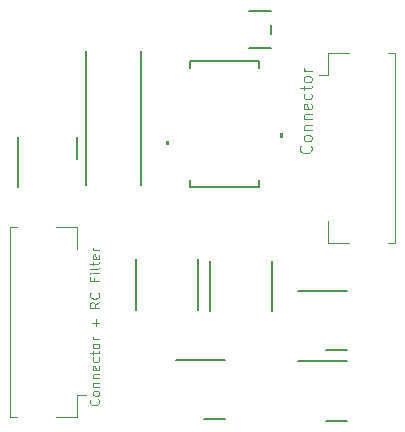
<source format=gbr>
%TF.GenerationSoftware,KiCad,Pcbnew,8.0.7*%
%TF.CreationDate,2025-01-10T16:13:59+05:30*%
%TF.ProjectId,STHDAQ_B0_COPY,53544844-4151-45f4-9230-5f434f50592e,rev?*%
%TF.SameCoordinates,Original*%
%TF.FileFunction,Legend,Top*%
%TF.FilePolarity,Positive*%
%FSLAX46Y46*%
G04 Gerber Fmt 4.6, Leading zero omitted, Abs format (unit mm)*
G04 Created by KiCad (PCBNEW 8.0.7) date 2025-01-10 16:13:59*
%MOMM*%
%LPD*%
G01*
G04 APERTURE LIST*
%ADD10C,0.100000*%
%ADD11C,0.152400*%
%ADD12C,0.120000*%
%ADD13C,0.200000*%
%ADD14C,0.127000*%
%ADD15C,0.000000*%
G04 APERTURE END LIST*
D10*
X206177180Y-73224687D02*
X206224800Y-73272306D01*
X206224800Y-73272306D02*
X206272419Y-73415163D01*
X206272419Y-73415163D02*
X206272419Y-73510401D01*
X206272419Y-73510401D02*
X206224800Y-73653258D01*
X206224800Y-73653258D02*
X206129561Y-73748496D01*
X206129561Y-73748496D02*
X206034323Y-73796115D01*
X206034323Y-73796115D02*
X205843847Y-73843734D01*
X205843847Y-73843734D02*
X205700990Y-73843734D01*
X205700990Y-73843734D02*
X205510514Y-73796115D01*
X205510514Y-73796115D02*
X205415276Y-73748496D01*
X205415276Y-73748496D02*
X205320038Y-73653258D01*
X205320038Y-73653258D02*
X205272419Y-73510401D01*
X205272419Y-73510401D02*
X205272419Y-73415163D01*
X205272419Y-73415163D02*
X205320038Y-73272306D01*
X205320038Y-73272306D02*
X205367657Y-73224687D01*
X206272419Y-72653258D02*
X206224800Y-72748496D01*
X206224800Y-72748496D02*
X206177180Y-72796115D01*
X206177180Y-72796115D02*
X206081942Y-72843734D01*
X206081942Y-72843734D02*
X205796228Y-72843734D01*
X205796228Y-72843734D02*
X205700990Y-72796115D01*
X205700990Y-72796115D02*
X205653371Y-72748496D01*
X205653371Y-72748496D02*
X205605752Y-72653258D01*
X205605752Y-72653258D02*
X205605752Y-72510401D01*
X205605752Y-72510401D02*
X205653371Y-72415163D01*
X205653371Y-72415163D02*
X205700990Y-72367544D01*
X205700990Y-72367544D02*
X205796228Y-72319925D01*
X205796228Y-72319925D02*
X206081942Y-72319925D01*
X206081942Y-72319925D02*
X206177180Y-72367544D01*
X206177180Y-72367544D02*
X206224800Y-72415163D01*
X206224800Y-72415163D02*
X206272419Y-72510401D01*
X206272419Y-72510401D02*
X206272419Y-72653258D01*
X205605752Y-71891353D02*
X206272419Y-71891353D01*
X205700990Y-71891353D02*
X205653371Y-71843734D01*
X205653371Y-71843734D02*
X205605752Y-71748496D01*
X205605752Y-71748496D02*
X205605752Y-71605639D01*
X205605752Y-71605639D02*
X205653371Y-71510401D01*
X205653371Y-71510401D02*
X205748609Y-71462782D01*
X205748609Y-71462782D02*
X206272419Y-71462782D01*
X205605752Y-70986591D02*
X206272419Y-70986591D01*
X205700990Y-70986591D02*
X205653371Y-70938972D01*
X205653371Y-70938972D02*
X205605752Y-70843734D01*
X205605752Y-70843734D02*
X205605752Y-70700877D01*
X205605752Y-70700877D02*
X205653371Y-70605639D01*
X205653371Y-70605639D02*
X205748609Y-70558020D01*
X205748609Y-70558020D02*
X206272419Y-70558020D01*
X206224800Y-69700877D02*
X206272419Y-69796115D01*
X206272419Y-69796115D02*
X206272419Y-69986591D01*
X206272419Y-69986591D02*
X206224800Y-70081829D01*
X206224800Y-70081829D02*
X206129561Y-70129448D01*
X206129561Y-70129448D02*
X205748609Y-70129448D01*
X205748609Y-70129448D02*
X205653371Y-70081829D01*
X205653371Y-70081829D02*
X205605752Y-69986591D01*
X205605752Y-69986591D02*
X205605752Y-69796115D01*
X205605752Y-69796115D02*
X205653371Y-69700877D01*
X205653371Y-69700877D02*
X205748609Y-69653258D01*
X205748609Y-69653258D02*
X205843847Y-69653258D01*
X205843847Y-69653258D02*
X205939085Y-70129448D01*
X206224800Y-68796115D02*
X206272419Y-68891353D01*
X206272419Y-68891353D02*
X206272419Y-69081829D01*
X206272419Y-69081829D02*
X206224800Y-69177067D01*
X206224800Y-69177067D02*
X206177180Y-69224686D01*
X206177180Y-69224686D02*
X206081942Y-69272305D01*
X206081942Y-69272305D02*
X205796228Y-69272305D01*
X205796228Y-69272305D02*
X205700990Y-69224686D01*
X205700990Y-69224686D02*
X205653371Y-69177067D01*
X205653371Y-69177067D02*
X205605752Y-69081829D01*
X205605752Y-69081829D02*
X205605752Y-68891353D01*
X205605752Y-68891353D02*
X205653371Y-68796115D01*
X205605752Y-68510400D02*
X205605752Y-68129448D01*
X205272419Y-68367543D02*
X206129561Y-68367543D01*
X206129561Y-68367543D02*
X206224800Y-68319924D01*
X206224800Y-68319924D02*
X206272419Y-68224686D01*
X206272419Y-68224686D02*
X206272419Y-68129448D01*
X206272419Y-67653257D02*
X206224800Y-67748495D01*
X206224800Y-67748495D02*
X206177180Y-67796114D01*
X206177180Y-67796114D02*
X206081942Y-67843733D01*
X206081942Y-67843733D02*
X205796228Y-67843733D01*
X205796228Y-67843733D02*
X205700990Y-67796114D01*
X205700990Y-67796114D02*
X205653371Y-67748495D01*
X205653371Y-67748495D02*
X205605752Y-67653257D01*
X205605752Y-67653257D02*
X205605752Y-67510400D01*
X205605752Y-67510400D02*
X205653371Y-67415162D01*
X205653371Y-67415162D02*
X205700990Y-67367543D01*
X205700990Y-67367543D02*
X205796228Y-67319924D01*
X205796228Y-67319924D02*
X206081942Y-67319924D01*
X206081942Y-67319924D02*
X206177180Y-67367543D01*
X206177180Y-67367543D02*
X206224800Y-67415162D01*
X206224800Y-67415162D02*
X206272419Y-67510400D01*
X206272419Y-67510400D02*
X206272419Y-67653257D01*
X206272419Y-66891352D02*
X205605752Y-66891352D01*
X205796228Y-66891352D02*
X205700990Y-66843733D01*
X205700990Y-66843733D02*
X205653371Y-66796114D01*
X205653371Y-66796114D02*
X205605752Y-66700876D01*
X205605752Y-66700876D02*
X205605752Y-66605638D01*
X188220704Y-94686591D02*
X188258800Y-94724687D01*
X188258800Y-94724687D02*
X188296895Y-94838972D01*
X188296895Y-94838972D02*
X188296895Y-94915163D01*
X188296895Y-94915163D02*
X188258800Y-95029449D01*
X188258800Y-95029449D02*
X188182609Y-95105639D01*
X188182609Y-95105639D02*
X188106419Y-95143734D01*
X188106419Y-95143734D02*
X187954038Y-95181830D01*
X187954038Y-95181830D02*
X187839752Y-95181830D01*
X187839752Y-95181830D02*
X187687371Y-95143734D01*
X187687371Y-95143734D02*
X187611180Y-95105639D01*
X187611180Y-95105639D02*
X187534990Y-95029449D01*
X187534990Y-95029449D02*
X187496895Y-94915163D01*
X187496895Y-94915163D02*
X187496895Y-94838972D01*
X187496895Y-94838972D02*
X187534990Y-94724687D01*
X187534990Y-94724687D02*
X187573085Y-94686591D01*
X188296895Y-94229449D02*
X188258800Y-94305639D01*
X188258800Y-94305639D02*
X188220704Y-94343734D01*
X188220704Y-94343734D02*
X188144514Y-94381830D01*
X188144514Y-94381830D02*
X187915942Y-94381830D01*
X187915942Y-94381830D02*
X187839752Y-94343734D01*
X187839752Y-94343734D02*
X187801657Y-94305639D01*
X187801657Y-94305639D02*
X187763561Y-94229449D01*
X187763561Y-94229449D02*
X187763561Y-94115163D01*
X187763561Y-94115163D02*
X187801657Y-94038972D01*
X187801657Y-94038972D02*
X187839752Y-94000877D01*
X187839752Y-94000877D02*
X187915942Y-93962782D01*
X187915942Y-93962782D02*
X188144514Y-93962782D01*
X188144514Y-93962782D02*
X188220704Y-94000877D01*
X188220704Y-94000877D02*
X188258800Y-94038972D01*
X188258800Y-94038972D02*
X188296895Y-94115163D01*
X188296895Y-94115163D02*
X188296895Y-94229449D01*
X187763561Y-93619924D02*
X188296895Y-93619924D01*
X187839752Y-93619924D02*
X187801657Y-93581829D01*
X187801657Y-93581829D02*
X187763561Y-93505639D01*
X187763561Y-93505639D02*
X187763561Y-93391353D01*
X187763561Y-93391353D02*
X187801657Y-93315162D01*
X187801657Y-93315162D02*
X187877847Y-93277067D01*
X187877847Y-93277067D02*
X188296895Y-93277067D01*
X187763561Y-92896114D02*
X188296895Y-92896114D01*
X187839752Y-92896114D02*
X187801657Y-92858019D01*
X187801657Y-92858019D02*
X187763561Y-92781829D01*
X187763561Y-92781829D02*
X187763561Y-92667543D01*
X187763561Y-92667543D02*
X187801657Y-92591352D01*
X187801657Y-92591352D02*
X187877847Y-92553257D01*
X187877847Y-92553257D02*
X188296895Y-92553257D01*
X188258800Y-91867542D02*
X188296895Y-91943733D01*
X188296895Y-91943733D02*
X188296895Y-92096114D01*
X188296895Y-92096114D02*
X188258800Y-92172304D01*
X188258800Y-92172304D02*
X188182609Y-92210400D01*
X188182609Y-92210400D02*
X187877847Y-92210400D01*
X187877847Y-92210400D02*
X187801657Y-92172304D01*
X187801657Y-92172304D02*
X187763561Y-92096114D01*
X187763561Y-92096114D02*
X187763561Y-91943733D01*
X187763561Y-91943733D02*
X187801657Y-91867542D01*
X187801657Y-91867542D02*
X187877847Y-91829447D01*
X187877847Y-91829447D02*
X187954038Y-91829447D01*
X187954038Y-91829447D02*
X188030228Y-92210400D01*
X188258800Y-91143733D02*
X188296895Y-91219924D01*
X188296895Y-91219924D02*
X188296895Y-91372305D01*
X188296895Y-91372305D02*
X188258800Y-91448495D01*
X188258800Y-91448495D02*
X188220704Y-91486590D01*
X188220704Y-91486590D02*
X188144514Y-91524686D01*
X188144514Y-91524686D02*
X187915942Y-91524686D01*
X187915942Y-91524686D02*
X187839752Y-91486590D01*
X187839752Y-91486590D02*
X187801657Y-91448495D01*
X187801657Y-91448495D02*
X187763561Y-91372305D01*
X187763561Y-91372305D02*
X187763561Y-91219924D01*
X187763561Y-91219924D02*
X187801657Y-91143733D01*
X187763561Y-90915162D02*
X187763561Y-90610400D01*
X187496895Y-90800876D02*
X188182609Y-90800876D01*
X188182609Y-90800876D02*
X188258800Y-90762781D01*
X188258800Y-90762781D02*
X188296895Y-90686591D01*
X188296895Y-90686591D02*
X188296895Y-90610400D01*
X188296895Y-90229448D02*
X188258800Y-90305638D01*
X188258800Y-90305638D02*
X188220704Y-90343733D01*
X188220704Y-90343733D02*
X188144514Y-90381829D01*
X188144514Y-90381829D02*
X187915942Y-90381829D01*
X187915942Y-90381829D02*
X187839752Y-90343733D01*
X187839752Y-90343733D02*
X187801657Y-90305638D01*
X187801657Y-90305638D02*
X187763561Y-90229448D01*
X187763561Y-90229448D02*
X187763561Y-90115162D01*
X187763561Y-90115162D02*
X187801657Y-90038971D01*
X187801657Y-90038971D02*
X187839752Y-90000876D01*
X187839752Y-90000876D02*
X187915942Y-89962781D01*
X187915942Y-89962781D02*
X188144514Y-89962781D01*
X188144514Y-89962781D02*
X188220704Y-90000876D01*
X188220704Y-90000876D02*
X188258800Y-90038971D01*
X188258800Y-90038971D02*
X188296895Y-90115162D01*
X188296895Y-90115162D02*
X188296895Y-90229448D01*
X188296895Y-89619923D02*
X187763561Y-89619923D01*
X187915942Y-89619923D02*
X187839752Y-89581828D01*
X187839752Y-89581828D02*
X187801657Y-89543733D01*
X187801657Y-89543733D02*
X187763561Y-89467542D01*
X187763561Y-89467542D02*
X187763561Y-89391352D01*
X187992133Y-88515161D02*
X187992133Y-87905638D01*
X188296895Y-88210399D02*
X187687371Y-88210399D01*
X188296895Y-86458018D02*
X187915942Y-86724685D01*
X188296895Y-86915161D02*
X187496895Y-86915161D01*
X187496895Y-86915161D02*
X187496895Y-86610399D01*
X187496895Y-86610399D02*
X187534990Y-86534209D01*
X187534990Y-86534209D02*
X187573085Y-86496114D01*
X187573085Y-86496114D02*
X187649276Y-86458018D01*
X187649276Y-86458018D02*
X187763561Y-86458018D01*
X187763561Y-86458018D02*
X187839752Y-86496114D01*
X187839752Y-86496114D02*
X187877847Y-86534209D01*
X187877847Y-86534209D02*
X187915942Y-86610399D01*
X187915942Y-86610399D02*
X187915942Y-86915161D01*
X188220704Y-85658018D02*
X188258800Y-85696114D01*
X188258800Y-85696114D02*
X188296895Y-85810399D01*
X188296895Y-85810399D02*
X188296895Y-85886590D01*
X188296895Y-85886590D02*
X188258800Y-86000876D01*
X188258800Y-86000876D02*
X188182609Y-86077066D01*
X188182609Y-86077066D02*
X188106419Y-86115161D01*
X188106419Y-86115161D02*
X187954038Y-86153257D01*
X187954038Y-86153257D02*
X187839752Y-86153257D01*
X187839752Y-86153257D02*
X187687371Y-86115161D01*
X187687371Y-86115161D02*
X187611180Y-86077066D01*
X187611180Y-86077066D02*
X187534990Y-86000876D01*
X187534990Y-86000876D02*
X187496895Y-85886590D01*
X187496895Y-85886590D02*
X187496895Y-85810399D01*
X187496895Y-85810399D02*
X187534990Y-85696114D01*
X187534990Y-85696114D02*
X187573085Y-85658018D01*
X187877847Y-84438971D02*
X187877847Y-84705637D01*
X188296895Y-84705637D02*
X187496895Y-84705637D01*
X187496895Y-84705637D02*
X187496895Y-84324685D01*
X188296895Y-84019923D02*
X187763561Y-84019923D01*
X187496895Y-84019923D02*
X187534990Y-84058019D01*
X187534990Y-84058019D02*
X187573085Y-84019923D01*
X187573085Y-84019923D02*
X187534990Y-83981828D01*
X187534990Y-83981828D02*
X187496895Y-84019923D01*
X187496895Y-84019923D02*
X187573085Y-84019923D01*
X188296895Y-83524686D02*
X188258800Y-83600876D01*
X188258800Y-83600876D02*
X188182609Y-83638971D01*
X188182609Y-83638971D02*
X187496895Y-83638971D01*
X187763561Y-83334209D02*
X187763561Y-83029447D01*
X187496895Y-83219923D02*
X188182609Y-83219923D01*
X188182609Y-83219923D02*
X188258800Y-83181828D01*
X188258800Y-83181828D02*
X188296895Y-83105638D01*
X188296895Y-83105638D02*
X188296895Y-83029447D01*
X188258800Y-82458018D02*
X188296895Y-82534209D01*
X188296895Y-82534209D02*
X188296895Y-82686590D01*
X188296895Y-82686590D02*
X188258800Y-82762780D01*
X188258800Y-82762780D02*
X188182609Y-82800876D01*
X188182609Y-82800876D02*
X187877847Y-82800876D01*
X187877847Y-82800876D02*
X187801657Y-82762780D01*
X187801657Y-82762780D02*
X187763561Y-82686590D01*
X187763561Y-82686590D02*
X187763561Y-82534209D01*
X187763561Y-82534209D02*
X187801657Y-82458018D01*
X187801657Y-82458018D02*
X187877847Y-82419923D01*
X187877847Y-82419923D02*
X187954038Y-82419923D01*
X187954038Y-82419923D02*
X188030228Y-82800876D01*
X188296895Y-82077066D02*
X187763561Y-82077066D01*
X187915942Y-82077066D02*
X187839752Y-82038971D01*
X187839752Y-82038971D02*
X187801657Y-82000876D01*
X187801657Y-82000876D02*
X187763561Y-81924685D01*
X187763561Y-81924685D02*
X187763561Y-81848495D01*
D11*
%TO.C,U4*%
X197650100Y-82969100D02*
X197650100Y-87210900D01*
X202907900Y-87210900D02*
X202907900Y-82969100D01*
D12*
%TO.C,J2*%
X213315457Y-81441000D02*
X212765457Y-81441000D01*
X213315457Y-65371000D02*
X213315457Y-81441000D01*
X212765457Y-65371000D02*
X213315457Y-65371000D01*
X209445457Y-81441000D02*
X207645457Y-81441000D01*
X209445457Y-65371000D02*
X207645457Y-65371000D01*
X207645457Y-81441000D02*
X207645457Y-79591000D01*
X207645457Y-67221000D02*
X206905457Y-67221000D01*
X207645457Y-65371000D02*
X207645457Y-67221000D01*
D13*
%TO.C,U5*%
X194774418Y-91353000D02*
X198974420Y-91353000D01*
X197174418Y-96353000D02*
X198974420Y-96353000D01*
%TO.C,U7*%
X205106999Y-85511000D02*
X209307001Y-85511000D01*
X207506999Y-90511000D02*
X209307001Y-90511000D01*
D14*
%TO.C,Y1*%
X187134000Y-76566000D02*
X187134000Y-65166000D01*
X191834000Y-76566000D02*
X191834000Y-65166000D01*
D13*
%TO.C,U6*%
X205106999Y-91480000D02*
X209307001Y-91480000D01*
X207506999Y-96480000D02*
X209307001Y-96480000D01*
D12*
%TO.C,J1*%
X180763000Y-80103000D02*
X181313000Y-80103000D01*
X180763000Y-96173000D02*
X180763000Y-80103000D01*
X181313000Y-96173000D02*
X180763000Y-96173000D01*
X184633000Y-80103000D02*
X186433000Y-80103000D01*
X184633000Y-96173000D02*
X186433000Y-96173000D01*
X186433000Y-80103000D02*
X186433000Y-81953000D01*
X186433000Y-94323000D02*
X187173000Y-94323000D01*
X186433000Y-96173000D02*
X186433000Y-94323000D01*
D11*
%TO.C,U2*%
X201002900Y-64947800D02*
X202857100Y-64947800D01*
X202857100Y-61798200D02*
X201002900Y-61798200D01*
X202857100Y-63736261D02*
X202857100Y-63009739D01*
D13*
%TO.C,U8*%
X181396000Y-76706001D02*
X181396000Y-72505999D01*
X186396000Y-74306001D02*
X186396000Y-72505999D01*
D11*
%TO.C,U3*%
X191427100Y-82842100D02*
X191427100Y-87083900D01*
X196684900Y-87083900D02*
X196684900Y-82842100D01*
%TO.C,U1*%
X195961000Y-66001900D02*
X195961000Y-66600760D01*
X195961000Y-76147238D02*
X195961000Y-76746100D01*
X195961000Y-76746100D02*
X201803000Y-76746100D01*
X201803000Y-66001900D02*
X195961000Y-66001900D01*
X201803000Y-66600760D02*
X201803000Y-66001900D01*
X201803000Y-76746100D02*
X201803000Y-76147240D01*
D15*
G36*
X194175901Y-73189498D02*
G01*
X193921901Y-73189498D01*
X193921901Y-72808498D01*
X194175901Y-72808498D01*
X194175901Y-73189498D01*
G37*
G36*
X203842099Y-72539499D02*
G01*
X203588099Y-72539499D01*
X203588099Y-72158499D01*
X203842099Y-72158499D01*
X203842099Y-72539499D01*
G37*
%TD*%
M02*

</source>
